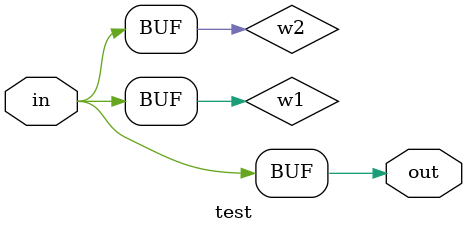
<source format=v>
module test(input in, output out);
//intermediate buffers should be removed
wire w1, w2;
assign w1 = in;
assign w2 = w1;
assign out = w2;
endmodule

</source>
